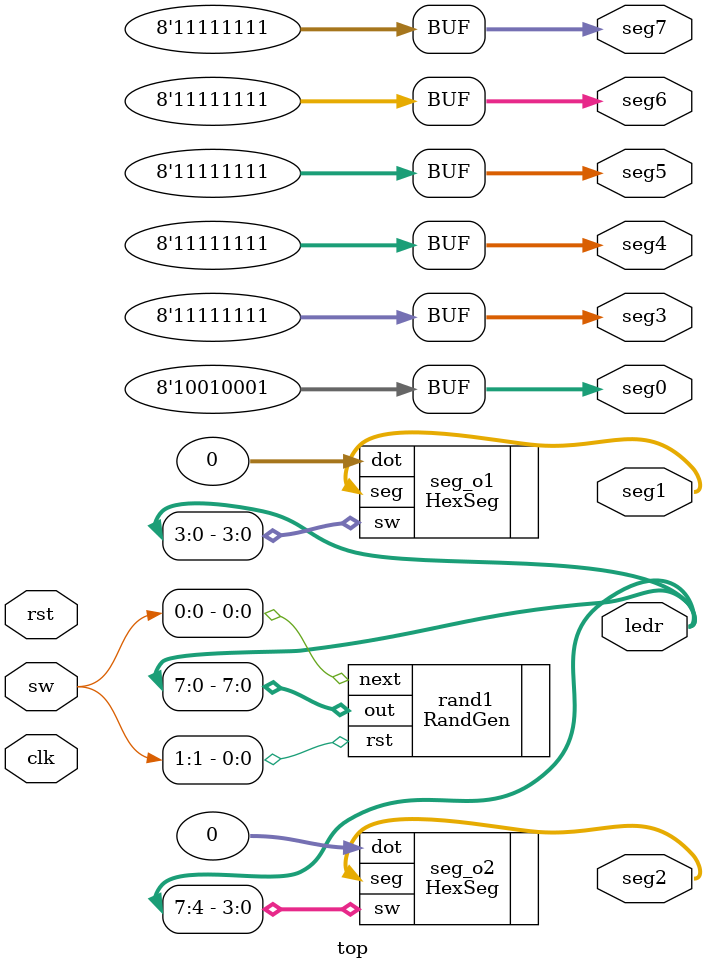
<source format=v>
module top (
    input clk,
    input rst,
    input [9:0] sw,
    output [15:0] ledr,
    output [7:0] seg0,
    output [7:0] seg1,
    output [7:0] seg2,
    output [7:0] seg3,
    output [7:0] seg4,
    output [7:0] seg5,
    output [7:0] seg6,
    output [7:0] seg7
);

    RandGen rand1(
        .next(sw[0]),
        .rst(sw[1]),
        .out(ledr[7:0])
    );

    assign seg0 = ~(8'b01101110);

    HexSeg seg_o1(
        .sw(ledr[3:0]),
        .dot(0),
        .seg(seg1)
    );

    HexSeg seg_o2(
        .sw(ledr[7:4]),
        .dot(0),
        .seg(seg2)
    );

    
    assign seg3 = ~(8'b0);
    assign seg4 = ~(8'b0);
    assign seg5 = ~(8'b0);
    assign seg6 = ~(8'b0);
    assign seg7 = ~(8'b0);

endmodule

</source>
